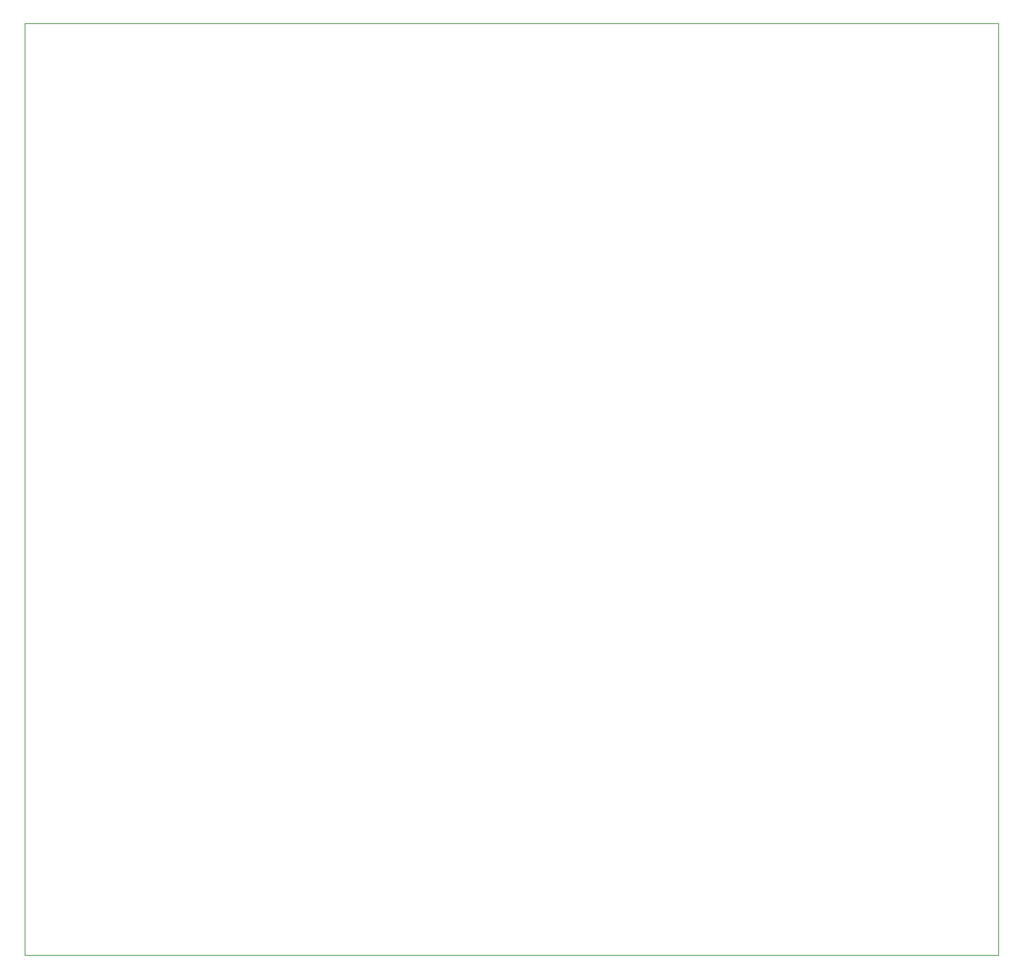
<source format=gbr>
%TF.GenerationSoftware,KiCad,Pcbnew,7.0.9-7.0.9~ubuntu22.04.1*%
%TF.CreationDate,2023-12-29T15:53:17-05:00*%
%TF.ProjectId,dac,6461632e-6b69-4636-9164-5f7063625858,rev?*%
%TF.SameCoordinates,Original*%
%TF.FileFunction,Profile,NP*%
%FSLAX46Y46*%
G04 Gerber Fmt 4.6, Leading zero omitted, Abs format (unit mm)*
G04 Created by KiCad (PCBNEW 7.0.9-7.0.9~ubuntu22.04.1) date 2023-12-29 15:53:17*
%MOMM*%
%LPD*%
G01*
G04 APERTURE LIST*
%TA.AperFunction,Profile*%
%ADD10C,0.100000*%
%TD*%
G04 APERTURE END LIST*
D10*
X25400000Y-60960000D02*
X142240000Y-60960000D01*
X25400000Y-172720000D02*
X25400000Y-60960000D01*
X142240000Y-172720000D02*
X25400000Y-172720000D01*
X142240000Y-60960000D02*
X142240000Y-172720000D01*
M02*

</source>
